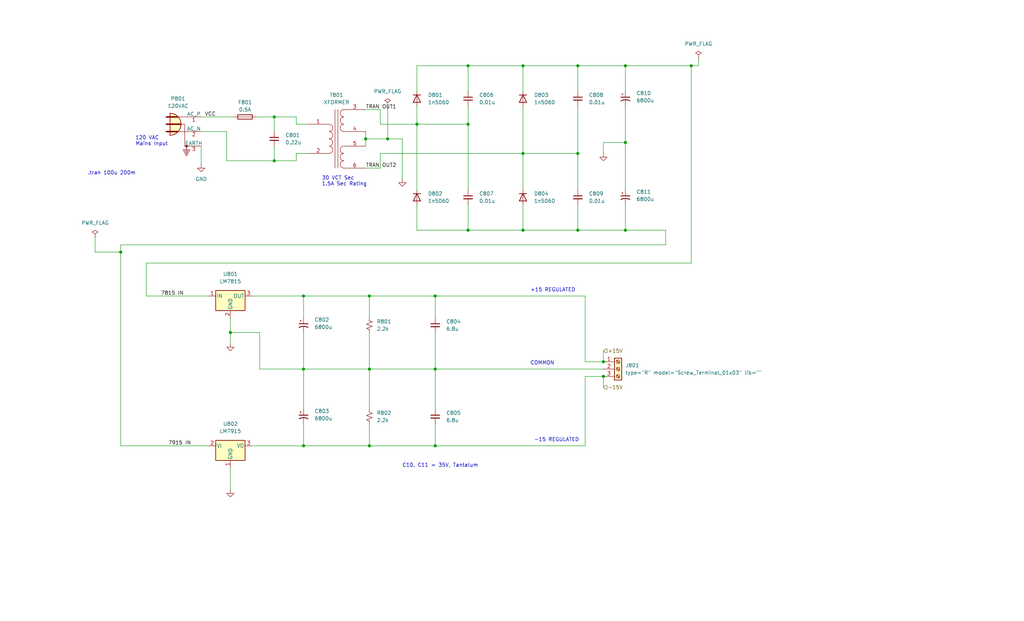
<source format=kicad_sch>
(kicad_sch (version 20211123) (generator eeschema)
  (paper "USLegal")
  (title_block (title "15 Volt Power Supply") (date "2022-06-10") (rev "0.3") (company "Andy McCann KA3KAF and Doug McCann KA3KAG") (comment 2 "Terry White K7TAU") (comment 3 "Wes Hayward W7ZOI") (comment 4 "Original Design By:"))
  (lib_symbols
    (symbol "1N5060GP:1N5060GP" (pin_numbers hide) (pin_names (offset 1.016) hide)
      (property "Reference" "D" (at -1.27 1.27 0))
      (property "Value" "1N5060GP" (at 2.54 -2.54 0))
      (symbol "1N5060GP_0_0"
        (polyline (pts (xy -1.27 -1.27) (xy 1.27 0)) (stroke (width 0.254)))
        (polyline (pts (xy -1.27 1.27) (xy -1.27 -1.27)) (stroke (width 0.254)))
        (polyline (pts (xy 1.27 0) (xy -1.27 1.27)) (stroke (width 0.254)))
        (polyline (pts (xy 1.27 0) (xy 1.27 -1.27)) (stroke (width 0.254)))
        (polyline (pts (xy 1.27 1.27) (xy 1.27 0)) (stroke (width 0.254)))
        (pin passive line (at -2.54 0 0) (length 2.54) (name "~") (number "A"))
        (pin passive line (at 2.54 0 180) (length 2.54) (name "~") (number "C"))
      )
    )
    (symbol "Connector:Conn_WallPlug_Earth" (pin_names (offset 0))
      (property "Reference" "P" (at 0 3.81 0))
      (property "Value" "Conn_WallPlug_Earth" (at -5.08 0 90))
      (symbol "Conn_WallPlug_Earth_0_1"
        (arc (start -3.175 -3.81) (mid 0.635 0) (end -3.175 3.81) (stroke (width 0.254)) (fill (type background)))
        (polyline (pts (xy -4.445 -2.54) (xy -0.635 -2.54)) (stroke (width 0.508)))
        (polyline (pts (xy -4.445 0) (xy 0.508 0)) (stroke (width 0.508)))
        (polyline (pts (xy -4.445 2.54) (xy -0.635 2.54)) (stroke (width 0.508)))
        (polyline (pts (xy -3.175 -3.81) (xy -3.175 3.81)) (stroke (width 0.254)))
        (polyline (pts (xy -0.635 -2.54) (xy 2.54 -2.54)))
        (polyline (pts (xy -0.635 2.54) (xy 2.54 2.54)))
        (polyline (pts (xy 1.524 -9.398) (xy 3.556 -9.398)) (stroke (width 0.2032)))
        (polyline (pts (xy 1.778 -9.906) (xy 3.302 -9.906)) (stroke (width 0.2032)))
        (polyline (pts (xy 2.032 -10.414) (xy 3.048 -10.414)) (stroke (width 0.2032)))
        (polyline (pts (xy 2.286 -10.922) (xy 2.794 -10.922)) (stroke (width 0.2032)))
        (polyline (pts (xy 2.54 -7.62) (xy 2.54 -8.89)) (stroke (width 0.2032)))
        (polyline (pts (xy 3.81 -8.89) (xy 1.27 -8.89)) (stroke (width 0.2032)))
        (polyline (pts (xy 2.54 -7.62) (xy 1.905 -7.62) (xy 1.905 0) (xy -4.445 0)))
        (circle (center 2.54 -7.62) (radius 0.3556) (fill (type outline)))
      )
      (symbol "Conn_WallPlug_Earth_1_1"
        (pin power_out line (at 7.62 2.54 180) (length 5.08) (name "AC_P") (number "1"))
        (pin power_out line (at 7.62 -2.54 180) (length 5.08) (name "AC_N") (number "2"))
        (pin passive line (at 7.62 -7.62 180) (length 5.08) (name "EARTH") (number "3"))
      )
    )
    (symbol "Connector:Screw_Terminal_01x03" (pin_names (offset 1.016) hide)
      (property "Reference" "J" (at 0 5.08 0))
      (property "Value" "Screw_Terminal_01x03" (at 0 -5.08 0))
      (symbol "Screw_Terminal_01x03_1_1"
        (rectangle (start -1.27 3.81) (end 1.27 -3.81) (stroke (width 0.254)) (fill (type background)))
        (circle (center 0 -2.54) (radius 0.635) (stroke (width 0.1524)))
        (polyline (pts (xy -0.5334 -2.2098) (xy 0.3302 -3.048)) (stroke (width 0.1524)))
        (polyline (pts (xy -0.5334 0.3302) (xy 0.3302 -0.508)) (stroke (width 0.1524)))
        (polyline (pts (xy -0.5334 2.8702) (xy 0.3302 2.032)) (stroke (width 0.1524)))
        (polyline (pts (xy -0.3556 -2.032) (xy 0.508 -2.8702)) (stroke (width 0.1524)))
        (polyline (pts (xy -0.3556 0.508) (xy 0.508 -0.3302)) (stroke (width 0.1524)))
        (polyline (pts (xy -0.3556 3.048) (xy 0.508 2.2098)) (stroke (width 0.1524)))
        (circle (center 0 0) (radius 0.635) (stroke (width 0.1524)))
        (circle (center 0 2.54) (radius 0.635) (stroke (width 0.1524)))
        (pin passive line (at -5.08 2.54 0) (length 3.81) (name "Pin_1") (number "1"))
        (pin passive line (at -5.08 0 0) (length 3.81) (name "Pin_2") (number "2"))
        (pin passive line (at -5.08 -2.54 0) (length 3.81) (name "Pin_3") (number "3"))
      )
    )
    (symbol "Device:C_Polarized_Small_US" (pin_numbers hide) (pin_names (offset 0.254) hide)
      (property "Reference" "C" (at 0.254 1.778 0))
      (property "Value" "C_Polarized_Small_US" (at 0.254 -2.032 0))
      (symbol "C_Polarized_Small_US_0_1"
        (polyline (pts (xy -1.524 0.508) (xy 1.524 0.508)) (stroke (width 0.3048)))
        (polyline (pts (xy -1.27 1.524) (xy -0.762 1.524)))
        (polyline (pts (xy -1.016 1.27) (xy -1.016 1.778)))
        (arc (start 1.524 -0.762) (mid 0 -0.3734) (end -1.524 -0.762) (stroke (width 0.3048)))
      )
      (symbol "C_Polarized_Small_US_1_1"
        (pin passive line (at 0 2.54 270) (length 2.032) (name "~") (number "1"))
        (pin passive line (at 0 -2.54 90) (length 2.032) (name "~") (number "2"))
      )
    )
    (symbol "Device:C_Small" (pin_numbers hide) (pin_names (offset 0.254) hide)
      (property "Reference" "C" (at 0.254 1.778 0))
      (property "Value" "C_Small" (at 0.254 -2.032 0))
      (symbol "C_Small_0_1"
        (polyline (pts (xy -1.524 -0.508) (xy 1.524 -0.508)) (stroke (width 0.3302)))
        (polyline (pts (xy -1.524 0.508) (xy 1.524 0.508)) (stroke (width 0.3048)))
      )
      (symbol "C_Small_1_1"
        (pin passive line (at 0 2.54 270) (length 2.032) (name "~") (number "1"))
        (pin passive line (at 0 -2.54 90) (length 2.032) (name "~") (number "2"))
      )
    )
    (symbol "Device:Fuse" (pin_numbers hide) (pin_names (offset 0))
      (property "Reference" "F" (at 2.032 0 90))
      (property "Value" "Fuse" (at -1.905 0 90))
      (symbol "Fuse_0_1"
        (rectangle (start -0.762 -2.54) (end 0.762 2.54) (stroke (width 0.254)))
        (polyline (pts (xy 0 2.54) (xy 0 -2.54)))
      )
      (symbol "Fuse_1_1"
        (pin passive line (at 0 3.81 270) (length 1.27) (name "~") (number "1"))
        (pin passive line (at 0 -3.81 90) (length 1.27) (name "~") (number "2"))
      )
    )
    (symbol "Device:R_Small_US" (pin_numbers hide) (pin_names (offset 0.254) hide)
      (property "Reference" "R" (at 0.762 0.508 0))
      (property "Value" "R_Small_US" (at 0.762 -1.016 0))
      (symbol "R_Small_US_1_1"
        (polyline (pts (xy 0 0) (xy 1.016 -0.381) (xy 0 -0.762) (xy -1.016 -1.143) (xy 0 -1.524)))
        (polyline (pts (xy 0 1.524) (xy 1.016 1.143) (xy 0 0.762) (xy -1.016 0.381) (xy 0 0)))
        (pin passive line (at 0 2.54 270) (length 1.016) (name "~") (number "1"))
        (pin passive line (at 0 -2.54 90) (length 1.016) (name "~") (number "2"))
      )
    )
    (symbol "Device:Transformer_1P_2S" (pin_names (offset 1.016) hide)
      (property "Reference" "T" (at 0 12.7 0))
      (property "Value" "Transformer_1P_2S" (at 0 -12.7 0))
      (symbol "Transformer_1P_2S_0_1"
        (arc (start -2.54 -5.0546) (mid -1.6599 -4.6901) (end -1.27 -3.81))
        (arc (start -2.54 -2.5146) (mid -1.6599 -2.1501) (end -1.27 -1.27))
        (arc (start -2.54 0.0254) (mid -1.6599 0.3899) (end -1.27 1.27))
        (arc (start -2.54 2.5654) (mid -1.6599 2.9299) (end -1.27 3.81))
        (arc (start -1.27 -3.81) (mid -1.642 -2.912) (end -2.54 -2.54))
        (arc (start -1.27 -1.27) (mid -1.642 -0.372) (end -2.54 0))
        (arc (start -1.27 1.27) (mid -1.642 2.168) (end -2.54 2.54))
        (arc (start -1.27 3.81) (mid -1.642 4.708) (end -2.54 5.08))
        (polyline (pts (xy -0.508 -10.16) (xy -0.508 10.16)))
        (polyline (pts (xy 0.508 10.16) (xy 0.508 -10.16)))
        (arc (start 1.2954 -8.89) (mid 1.6599 -9.7701) (end 2.54 -10.1346))
        (arc (start 1.2954 -6.35) (mid 1.6599 -7.2301) (end 2.54 -7.5946))
        (arc (start 1.2954 -3.81) (mid 1.6599 -4.6901) (end 2.54 -5.0546))
        (arc (start 1.2954 3.81) (mid 1.6599 2.9299) (end 2.54 2.5654))
        (arc (start 1.2954 6.35) (mid 1.6599 5.4699) (end 2.54 5.1054))
        (arc (start 1.2954 8.89) (mid 1.6599 8.0099) (end 2.54 7.6454))
        (arc (start 2.54 -7.62) (mid 1.642 -7.992) (end 1.2954 -8.89))
        (arc (start 2.54 -5.08) (mid 1.642 -5.452) (end 1.2954 -6.35))
        (arc (start 2.54 -2.54) (mid 1.642 -2.912) (end 1.2954 -3.81))
        (arc (start 2.54 5.08) (mid 1.642 4.708) (end 1.2954 3.81))
        (arc (start 2.54 7.62) (mid 1.642 7.248) (end 1.2954 6.35))
        (arc (start 2.54 10.16) (mid 1.642 9.788) (end 1.2954 8.89))
      )
      (symbol "Transformer_1P_2S_1_1"
        (pin passive line (at -10.16 5.08 0) (length 7.62) (name "AA") (number "1"))
        (pin passive line (at -10.16 -5.08 0) (length 7.62) (name "AB") (number "2"))
        (pin passive line (at 10.16 10.16 180) (length 7.62) (name "SA") (number "3"))
        (pin passive line (at 10.16 2.54 180) (length 7.62) (name "SB") (number "4"))
        (pin passive line (at 10.16 -2.54 180) (length 7.62) (name "SC") (number "5"))
        (pin passive line (at 10.16 -10.16 180) (length 7.62) (name "SD") (number "6"))
      )
    )
    (symbol "Regulator_Linear:L7815" (pin_names (offset 0.254))
      (property "Reference" "U" (at -3.81 3.175 0))
      (property "Value" "L7815" (at 0 3.175 0))
      (symbol "L7815_0_1"
        (rectangle (start -5.08 1.905) (end 5.08 -5.08) (stroke (width 0.254)) (fill (type background)))
      )
      (symbol "L7815_1_1"
        (pin power_in line (at -7.62 0 0) (length 2.54) (name "IN") (number "1"))
        (pin power_in line (at 0 -7.62 90) (length 2.54) (name "GND") (number "2"))
        (pin power_out line (at 7.62 0 180) (length 2.54) (name "OUT") (number "3"))
      )
    )
    (symbol "Regulator_Linear:L7915" (pin_names (offset 0.254))
      (property "Reference" "U" (at -3.81 -3.175 0))
      (property "Value" "L7915" (at 0 -3.175 0))
      (symbol "L7915_0_1"
        (rectangle (start -5.08 5.08) (end 5.08 -1.905) (stroke (width 0.254)) (fill (type background)))
      )
      (symbol "L7915_1_1"
        (pin power_in line (at 0 7.62 270) (length 2.54) (name "GND") (number "1"))
        (pin power_in line (at -7.62 0 0) (length 2.54) (name "VI") (number "2"))
        (pin power_out line (at 7.62 0 180) (length 2.54) (name "VO") (number "3"))
      )
    )
    (symbol "power:GND" (power) (pin_names (offset 0))
      (property "Value" "GND" (at 0 -3.81 0))
      (symbol "GND_0_1"
        (polyline (pts (xy 0 0) (xy 0 -1.27) (xy 1.27 -1.27) (xy 0 -2.54) (xy -1.27 -1.27) (xy 0 -1.27)))
      )
      (symbol "GND_1_1"
        (pin power_in line (at 0 0 270) (length 0) hide (name "GND") (number "1"))
      )
    )
    (symbol "power:PWR_FLAG" (power) (pin_numbers hide) (pin_names (offset 0) hide)
      (property "Value" "PWR_FLAG" (at 0 3.81 0))
      (symbol "PWR_FLAG_0_0"
        (pin power_out line (at 0 0 90) (length 0) (name "pwr") (number "1"))
      )
      (symbol "PWR_FLAG_0_1"
        (polyline (pts (xy 0 0) (xy 0 1.27) (xy -1.016 1.905) (xy 0 2.54) (xy 1.016 1.905) (xy 0 1.27)))
      )
    )
  )
  (junction (at 162.56 22.86))
  (junction (at 105.41 102.87))
  (junction (at 95.25 55.88))
  (junction (at 200.66 53.34))
  (junction (at 209.55 125.73))
  (junction (at 127 48.26))
  (junction (at 200.66 22.86))
  (junction (at 181.61 53.34))
  (junction (at 162.56 43.18))
  (junction (at 105.41 128.27))
  (junction (at 217.17 22.86))
  (junction (at 128.27 102.87))
  (junction (at 95.25 40.64))
  (junction (at 181.61 80.01))
  (junction (at 144.78 43.18))
  (junction (at 41.91 87.63))
  (junction (at 128.27 128.27))
  (junction (at 217.17 80.01))
  (junction (at 200.66 80.01))
  (junction (at 128.27 154.94))
  (junction (at 217.17 49.53))
  (junction (at 151.13 102.87))
  (junction (at 105.41 154.94))
  (junction (at 151.13 128.27))
  (junction (at 240.03 22.86))
  (junction (at 151.13 154.94))
  (junction (at 209.55 130.81))
  (junction (at 80.01 115.57))
  (junction (at 181.61 22.86))
  (junction (at 134.62 48.26))
  (junction (at 162.56 80.01))
  (wire (pts (xy 144.78 36.83) (xy 144.78 43.18)))
  (wire (pts (xy 242.57 22.86) (xy 240.03 22.86)))
  (wire (pts (xy 200.66 22.86) (xy 200.66 31.75)))
  (wire (pts (xy 50.8 91.44) (xy 240.03 91.44)))
  (wire (pts (xy 80.01 110.49) (xy 80.01 115.57)))
  (wire (pts (xy 128.27 154.94) (xy 105.41 154.94)))
  (wire (pts (xy 41.91 85.09) (xy 231.14 85.09)))
  (wire (pts (xy 144.78 80.01) (xy 162.56 80.01)))
  (wire (pts (xy 209.55 134.62) (xy 209.55 130.81)))
  (wire (pts (xy 95.25 40.64) (xy 95.25 45.72)))
  (wire (pts (xy 217.17 36.83) (xy 217.17 49.53)))
  (wire (pts (xy 78.74 55.88) (xy 95.25 55.88)))
  (wire (pts (xy 41.91 85.09) (xy 41.91 87.63)))
  (wire (pts (xy 128.27 102.87) (xy 128.27 110.49)))
  (wire (pts (xy 69.85 50.8) (xy 69.85 57.15)))
  (wire (pts (xy 200.66 53.34) (xy 200.66 66.04)))
  (wire (pts (xy 151.13 115.57) (xy 151.13 128.27)))
  (wire (pts (xy 151.13 102.87) (xy 203.2 102.87)))
  (wire (pts (xy 106.68 53.34) (xy 102.87 53.34)))
  (wire (pts (xy 105.41 128.27) (xy 128.27 128.27)))
  (wire (pts (xy 78.74 45.72) (xy 78.74 55.88)))
  (wire (pts (xy 200.66 71.12) (xy 200.66 80.01)))
  (wire (pts (xy 151.13 128.27) (xy 209.55 128.27)))
  (wire (pts (xy 200.66 36.83) (xy 200.66 53.34)))
  (wire (pts (xy 127 45.72) (xy 127 48.26)))
  (wire (pts (xy 105.41 115.57) (xy 105.41 128.27)))
  (wire (pts (xy 139.7 48.26) (xy 139.7 62.23)))
  (wire (pts (xy 132.08 58.42) (xy 132.08 53.34)))
  (wire (pts (xy 72.39 154.94) (xy 41.91 154.94)))
  (wire (pts (xy 209.55 125.73) (xy 209.55 121.92)))
  (wire (pts (xy 181.61 71.12) (xy 181.61 80.01)))
  (wire (pts (xy 69.85 45.72) (xy 78.74 45.72)))
  (wire (pts (xy 102.87 40.64) (xy 102.87 43.18)))
  (wire (pts (xy 240.03 22.86) (xy 240.03 91.44)))
  (wire (pts (xy 80.01 162.56) (xy 80.01 170.18)))
  (wire (pts (xy 209.55 125.73) (xy 203.2 125.73)))
  (wire (pts (xy 144.78 22.86) (xy 162.56 22.86)))
  (wire (pts (xy 102.87 53.34) (xy 102.87 55.88)))
  (wire (pts (xy 151.13 154.94) (xy 128.27 154.94)))
  (wire (pts (xy 181.61 53.34) (xy 181.61 66.04)))
  (wire (pts (xy 144.78 22.86) (xy 144.78 31.75)))
  (wire (pts (xy 203.2 102.87) (xy 203.2 125.73)))
  (wire (pts (xy 128.27 115.57) (xy 128.27 128.27)))
  (wire (pts (xy 50.8 91.44) (xy 50.8 102.87)))
  (wire (pts (xy 102.87 55.88) (xy 95.25 55.88)))
  (wire (pts (xy 217.17 80.01) (xy 231.14 80.01)))
  (wire (pts (xy 181.61 80.01) (xy 200.66 80.01)))
  (wire (pts (xy 132.08 43.18) (xy 132.08 38.1)))
  (wire (pts (xy 33.02 82.55) (xy 33.02 87.63)))
  (wire (pts (xy 203.2 130.81) (xy 203.2 154.94)))
  (wire (pts (xy 41.91 87.63) (xy 41.91 154.94)))
  (wire (pts (xy 144.78 43.18) (xy 144.78 66.04)))
  (wire (pts (xy 162.56 80.01) (xy 181.61 80.01)))
  (wire (pts (xy 144.78 43.18) (xy 162.56 43.18)))
  (wire (pts (xy 87.63 154.94) (xy 105.41 154.94)))
  (wire (pts (xy 87.63 102.87) (xy 105.41 102.87)))
  (wire (pts (xy 105.41 147.32) (xy 105.41 154.94)))
  (wire (pts (xy 50.8 102.87) (xy 72.39 102.87)))
  (wire (pts (xy 203.2 130.81) (xy 209.55 130.81)))
  (wire (pts (xy 162.56 22.86) (xy 162.56 31.75)))
  (wire (pts (xy 231.14 80.01) (xy 231.14 85.09)))
  (wire (pts (xy 95.25 50.8) (xy 95.25 55.88)))
  (wire (pts (xy 127 58.42) (xy 132.08 58.42)))
  (wire (pts (xy 90.17 115.57) (xy 80.01 115.57)))
  (wire (pts (xy 217.17 22.86) (xy 217.17 31.75)))
  (wire (pts (xy 128.27 128.27) (xy 128.27 142.24)))
  (wire (pts (xy 80.01 115.57) (xy 80.01 119.38)))
  (wire (pts (xy 151.13 128.27) (xy 151.13 142.24)))
  (wire (pts (xy 217.17 49.53) (xy 209.55 49.53)))
  (wire (pts (xy 162.56 71.12) (xy 162.56 80.01)))
  (wire (pts (xy 200.66 22.86) (xy 217.17 22.86)))
  (wire (pts (xy 127 48.26) (xy 127 50.8)))
  (wire (pts (xy 162.56 36.83) (xy 162.56 43.18)))
  (wire (pts (xy 127 48.26) (xy 134.62 48.26)))
  (wire (pts (xy 181.61 22.86) (xy 181.61 31.75)))
  (wire (pts (xy 105.41 102.87) (xy 105.41 110.49)))
  (wire (pts (xy 128.27 128.27) (xy 151.13 128.27)))
  (wire (pts (xy 88.9 40.64) (xy 95.25 40.64)))
  (wire (pts (xy 151.13 102.87) (xy 151.13 110.49)))
  (wire (pts (xy 181.61 22.86) (xy 200.66 22.86)))
  (wire (pts (xy 217.17 71.12) (xy 217.17 80.01)))
  (wire (pts (xy 95.25 40.64) (xy 102.87 40.64)))
  (wire (pts (xy 217.17 49.53) (xy 217.17 66.04)))
  (wire (pts (xy 132.08 38.1) (xy 127 38.1)))
  (wire (pts (xy 33.02 87.63) (xy 41.91 87.63)))
  (wire (pts (xy 162.56 43.18) (xy 162.56 66.04)))
  (wire (pts (xy 181.61 36.83) (xy 181.61 53.34)))
  (wire (pts (xy 105.41 128.27) (xy 105.41 142.24)))
  (wire (pts (xy 132.08 53.34) (xy 181.61 53.34)))
  (wire (pts (xy 144.78 43.18) (xy 132.08 43.18)))
  (wire (pts (xy 144.78 71.12) (xy 144.78 80.01)))
  (wire (pts (xy 217.17 22.86) (xy 240.03 22.86)))
  (wire (pts (xy 106.68 43.18) (xy 102.87 43.18)))
  (wire (pts (xy 105.41 102.87) (xy 128.27 102.87)))
  (wire (pts (xy 69.85 40.64) (xy 81.28 40.64)))
  (wire (pts (xy 128.27 102.87) (xy 151.13 102.87)))
  (wire (pts (xy 200.66 80.01) (xy 217.17 80.01)))
  (wire (pts (xy 134.62 36.83) (xy 134.62 48.26)))
  (wire (pts (xy 128.27 147.32) (xy 128.27 154.94)))
  (wire (pts (xy 90.17 128.27) (xy 90.17 115.57)))
  (wire (pts (xy 209.55 49.53) (xy 209.55 53.34)))
  (wire (pts (xy 181.61 53.34) (xy 200.66 53.34)))
  (wire (pts (xy 134.62 48.26) (xy 139.7 48.26)))
  (wire (pts (xy 105.41 128.27) (xy 90.17 128.27)))
  (wire (pts (xy 151.13 147.32) (xy 151.13 154.94)))
  (wire (pts (xy 151.13 154.94) (xy 203.2 154.94)))
  (wire (pts (xy 242.57 20.32) (xy 242.57 22.86)))
  (wire (pts (xy 162.56 22.86) (xy 181.61 22.86)))
  (text "120 VAC\nMains Input" (at 46.99 50.8 0) (effects (font (size 1.27 1.27)) (justify left bottom)))
  (text "+15 REGULATED" (at 184.15 101.6 0) (effects (font (size 1.27 1.27)) (justify left bottom)))
  (text "30 VCT Sec\n1.5A Sec Rating" (at 111.76 64.77 0) (effects (font (size 1.27 1.27)) (justify left bottom)))
  (text "C10, C11 = 35V, Tantalum" (at 139.7 162.56 0) (effects (font (size 1.27 1.27)) (justify left bottom)))
  (text "COMMON" (at 184.15 127 0) (effects (font (size 1.27 1.27)) (justify left bottom)))
  (text "-15 REGULATED" (at 185.42 153.67 0) (effects (font (size 1.27 1.27)) (justify left bottom)))
  (text ".tran 100u 200m" (at 30.48 60.96 0) (effects (font (size 1.27 1.27)) (justify left bottom)))
  (label "7815 IN" (at 55.88 102.87 0))
  (label "VCC" (at 71.12 40.64 0))
  (label "TRAN OUT1" (at 127 38.1 0))
  (label "TRAN OUT2" (at 127 58.42 0))
  (label "7915 IN" (at 58.42 154.94 0))
  (hierarchical_label "+15V" (shape input) (at 209.55 121.92 0))
  (hierarchical_label "-15V" (shape input) (at 209.55 134.62 0))
  (symbol (lib_id "Device:C_Small") (at 200.66 34.29 0) (unit 1)
    (property "Reference" "C808" (at 204.47 33.0199 0) (effects (justify left)))
    (property "Value" "0.01u" (at 204.47 35.5599 0) (effects (justify left)))
  )
  (symbol (lib_id "power:PWR_FLAG") (at 33.02 82.55 0) (unit 1)
    (property "Reference" "#FLG0801" (effects hide))
    (property "Value" "PWR_FLAG" (at 33.02 77.47 0))
  )
  (symbol (lib_id "Device:C_Small") (at 95.25 48.26 0) (unit 1)
    (property "Reference" "C801" (at 99.06 46.9899 0) (effects (justify left)))
    (property "Value" "0.22u" (at 99.06 49.5299 0) (effects (justify left)))
    (property "Footprint" "Capacitor_THT:C_Axial_L5.1mm_D3.1mm_P7.50mm_Horizontal" (effects hide))
  )
  (symbol (lib_id "Regulator_Linear:L7915") (at 80.01 154.94 0) (mirror x) (unit 1)
    (property "Reference" "U802" (at 80.01 147.32 0))
    (property "Value" "LM7915" (at 80.01 149.86 0))
    (property "Datasheet" "http://www.st.com/content/ccc/resource/technical/document/datasheet/c9/16/86/41/c7/2b/45/f2/CD00000450.pdf/files/CD00000450.pdf/jcr:content/translations/en.CD00000450.pdf" (effects hide))
    (property "Spice_Primitive" "X" (effects hide))
    (property "Spice_Model" "LM7915" (effects hide))
    (property "Spice_Netlist_Enabled" "Y" (effects hide))
    (property "Spice_Node_Sequence" "2 1 3" (effects hide))
    (property "Spice_Lib_File" "regulators.lib" (effects hide))
  )
  (symbol (lib_id "power:GND") (at 69.85 57.15 0) (unit 1)
    (property "Reference" "#PWR0801" (effects hide))
    (property "Value" "GND" (at 69.85 62.23 0))
  )
  (symbol (lib_id "Device:C_Polarized_Small_US") (at 105.41 144.78 0) (unit 1)
    (property "Reference" "C803" (at 109.22 142.8749 0) (effects (justify left)))
    (property "Value" "6800u" (at 109.22 145.4149 0) (effects (justify left)))
  )
  (symbol (lib_id "Device:Fuse") (at 85.09 40.64 90) (unit 1) (on_board no)
    (property "Reference" "F801" (at 85.09 35.56 90))
    (property "Value" "0.5A" (at 85.09 38.1 90))
    (property "Spice_Primitive" "R" (effects hide))
    (property "Spice_Netlist_Enabled" "Y" (effects hide))
    (property "Spice_Model" ".1" (effects hide))
  )
  (symbol (lib_id "Device:C_Small") (at 162.56 68.58 0) (unit 1)
    (property "Reference" "C807" (at 166.37 67.3099 0) (effects (justify left)))
    (property "Value" "0.01u" (at 166.37 69.8499 0) (effects (justify left)))
  )
  (symbol (lib_id "power:PWR_FLAG") (at 242.57 20.32 0) (unit 1)
    (property "Reference" "#FLG0803" (effects hide))
    (property "Value" "PWR_FLAG" (at 242.57 15.24 0))
  )
  (symbol (lib_id "power:GND") (at 80.01 170.18 0) (unit 1)
    (property "Reference" "#PWR0803" (effects hide))
    (property "Value" "Earth" (effects hide))
  )
  (symbol (lib_id "Connector:Screw_Terminal_01x03") (at 214.63 128.27 0) (unit 1)
    (property "Reference" "J801" (at 217.17 126.9999 0) (effects (justify left)))
    (property "Value" "Screw_Terminal_01x03" (at 217.17 129.5399 0) (effects (justify left)))
    (property "Footprint" "TerminalBlock_4Ucon:TerminalBlock_4Ucon_1x03_P3.50mm_Horizontal" (effects hide))
    (property "Spice_Primitive" "R" (effects hide))
    (property "Spice_Netlist_Enabled" "N" (effects hide))
  )
  (symbol (lib_id "Device:C_Polarized_Small_US") (at 105.41 113.03 0) (unit 1)
    (property "Reference" "C802" (at 109.22 111.1249 0) (effects (justify left)))
    (property "Value" "6800u" (at 109.22 113.6649 0) (effects (justify left)))
  )
  (symbol (lib_id "1N5060GP:1N5060GP") (at 181.61 68.58 90) (unit 1)
    (property "Reference" "D804" (at 185.42 67.3099 90) (effects (justify right)))
    (property "Value" "1n5060" (at 185.42 69.8499 90) (effects (justify right)))
    (property "Footprint" "DO15-12" (effects hide))
    (property "Spice_Primitive" "D" (effects hide))
    (property "Spice_Model" "1N5060" (effects hide))
    (property "Spice_Netlist_Enabled" "Y" (effects hide))
    (property "Spice_Node_Sequence" "2 1" (effects hide))
    (property "Spice_Lib_File" "1n5060.lib" (effects hide))
  )
  (symbol (lib_id "power:PWR_FLAG") (at 134.62 36.83 0) (unit 1)
    (property "Reference" "#FLG0802" (effects hide))
    (property "Value" "PWR_FLAG" (at 134.62 31.75 0))
  )
  (symbol (lib_id "Device:Transformer_1P_2S") (at 116.84 48.26 0) (unit 1) (on_board no)
    (property "Reference" "T801" (at 116.84 33.02 0))
    (property "Value" "XFORMER" (at 116.84 35.56 0))
    (property "Spice_Primitive" "X" (effects hide))
    (property "Spice_Netlist_Enabled" "Y" (effects hide))
    (property "Spice_Model" "XFORMER" (effects hide))
    (property "Spice_Lib_File" "xformer.lib" (effects hide))
  )
  (symbol (lib_id "power:GND") (at 80.01 119.38 0) (unit 1)
    (property "Reference" "#PWR0802" (effects hide))
    (property "Value" "Earth" (effects hide))
  )
  (symbol (lib_id "Device:C_Small") (at 151.13 113.03 0) (unit 1)
    (property "Reference" "C804" (at 154.94 111.7599 0) (effects (justify left)))
    (property "Value" "6.8u" (at 154.94 114.2999 0) (effects (justify left)))
  )
  (symbol (lib_id "1N5060GP:1N5060GP") (at 144.78 68.58 90) (unit 1)
    (property "Reference" "D802" (at 148.59 67.3099 90) (effects (justify right)))
    (property "Value" "1n5060" (at 148.59 69.8499 90) (effects (justify right)))
    (property "Footprint" "DO15-12" (effects hide))
    (property "Spice_Primitive" "D" (effects hide))
    (property "Spice_Model" "1N5060" (effects hide))
    (property "Spice_Netlist_Enabled" "Y" (effects hide))
    (property "Spice_Node_Sequence" "2 1" (effects hide))
    (property "Spice_Lib_File" "1n5060.lib" (effects hide))
  )
  (symbol (lib_id "1N5060GP:1N5060GP") (at 144.78 34.29 90) (unit 1)
    (property "Reference" "D801" (at 148.59 33.0199 90) (effects (justify right)))
    (property "Value" "1n5060" (at 148.59 35.5599 90) (effects (justify right)))
    (property "Footprint" "DO15-12" (effects hide))
    (property "Spice_Primitive" "D" (effects hide))
    (property "Spice_Model" "1N5060" (effects hide))
    (property "Spice_Netlist_Enabled" "Y" (effects hide))
    (property "Spice_Lib_File" "1n5060.lib" (effects hide))
    (property "Spice_Node_Sequence" "2 1" (effects hide))
  )
  (symbol (lib_id "Device:R_Small_US") (at 128.27 144.78 0) (unit 1)
    (property "Reference" "R802" (at 130.81 143.5099 0) (effects (justify left)))
    (property "Value" "2.2k" (at 130.81 146.0499 0) (effects (justify left)))
  )
  (symbol (lib_id "Connector:Conn_WallPlug_Earth") (at 62.23 43.18 0) (unit 1) (on_board no)
    (property "Reference" "P801" (at 61.8363 34.29 0))
    (property "Value" "120VAC" (at 61.8363 36.83 0))
    (property "Spice_Primitive" "V" (effects hide))
    (property "Spice_Model" "sin(0 120 60)" (effects hide))
    (property "Spice_Netlist_Enabled" "Y" (effects hide))
  )
  (symbol (lib_id "1N5060GP:1N5060GP") (at 181.61 34.29 90) (unit 1)
    (property "Reference" "D803" (at 185.42 33.0199 90) (effects (justify right)))
    (property "Value" "1n5060" (at 185.42 35.5599 90) (effects (justify right)))
    (property "Footprint" "DO15-12" (effects hide))
    (property "Spice_Primitive" "D" (effects hide))
    (property "Spice_Model" "1N5060" (effects hide))
    (property "Spice_Netlist_Enabled" "Y" (effects hide))
    (property "Spice_Node_Sequence" "2 1" (effects hide))
    (property "Spice_Lib_File" "1n5060.lib" (effects hide))
  )
  (symbol (lib_id "Device:C_Small") (at 200.66 68.58 0) (unit 1)
    (property "Reference" "C809" (at 204.47 67.3099 0) (effects (justify left)))
    (property "Value" "0.01u" (at 204.47 69.8499 0) (effects (justify left)))
  )
  (symbol (lib_id "Regulator_Linear:L7815") (at 80.01 102.87 0) (unit 1)
    (property "Reference" "U801" (at 80.01 95.25 0))
    (property "Value" "LM7815" (at 80.01 97.79 0))
    (property "Datasheet" "http://www.st.com/content/ccc/resource/technical/document/datasheet/41/4f/b3/b0/12/d4/47/88/CD00000444.pdf/files/CD00000444.pdf/jcr:content/translations/en.CD00000444.pdf" (effects hide))
    (property "Spice_Primitive" "X" (effects hide))
    (property "Spice_Model" "LM7815" (effects hide))
    (property "Spice_Netlist_Enabled" "Y" (effects hide))
    (property "Spice_Lib_File" "regulators.lib" (effects hide))
  )
  (symbol (lib_id "power:GND") (at 209.55 53.34 0) (unit 1)
    (property "Reference" "#PWR0805" (effects hide))
    (property "Value" "Earth" (effects hide))
  )
  (symbol (lib_id "Device:R_Small_US") (at 128.27 113.03 0) (unit 1)
    (property "Reference" "R801" (at 130.81 111.7599 0) (effects (justify left)))
    (property "Value" "2.2k" (at 130.81 114.2999 0) (effects (justify left)))
  )
  (symbol (lib_id "power:GND") (at 139.7 62.23 0) (unit 1)
    (property "Reference" "#PWR0804" (effects hide))
    (property "Value" "Earth" (effects hide))
  )
  (symbol (lib_id "Device:C_Polarized_Small_US") (at 217.17 34.29 0) (unit 1)
    (property "Reference" "C810" (at 220.98 32.3849 0) (effects (justify left)))
    (property "Value" "6800u" (at 220.98 34.9249 0) (effects (justify left)))
  )
  (symbol (lib_id "Device:C_Small") (at 162.56 34.29 0) (unit 1)
    (property "Reference" "C806" (at 166.37 33.0199 0) (effects (justify left)))
    (property "Value" "0.01u" (at 166.37 35.5599 0) (effects (justify left)))
  )
  (symbol (lib_id "Device:C_Polarized_Small_US") (at 217.17 68.58 0) (unit 1)
    (property "Reference" "C811" (at 220.98 66.6749 0) (effects (justify left)))
    (property "Value" "6800u" (at 220.98 69.2149 0) (effects (justify left)))
  )
  (symbol (lib_id "Device:C_Small") (at 151.13 144.78 0) (unit 1)
    (property "Reference" "C805" (at 154.94 143.5099 0) (effects (justify left)))
    (property "Value" "6.8u" (at 154.94 146.0499 0) (effects (justify left)))
  )
)
</source>
